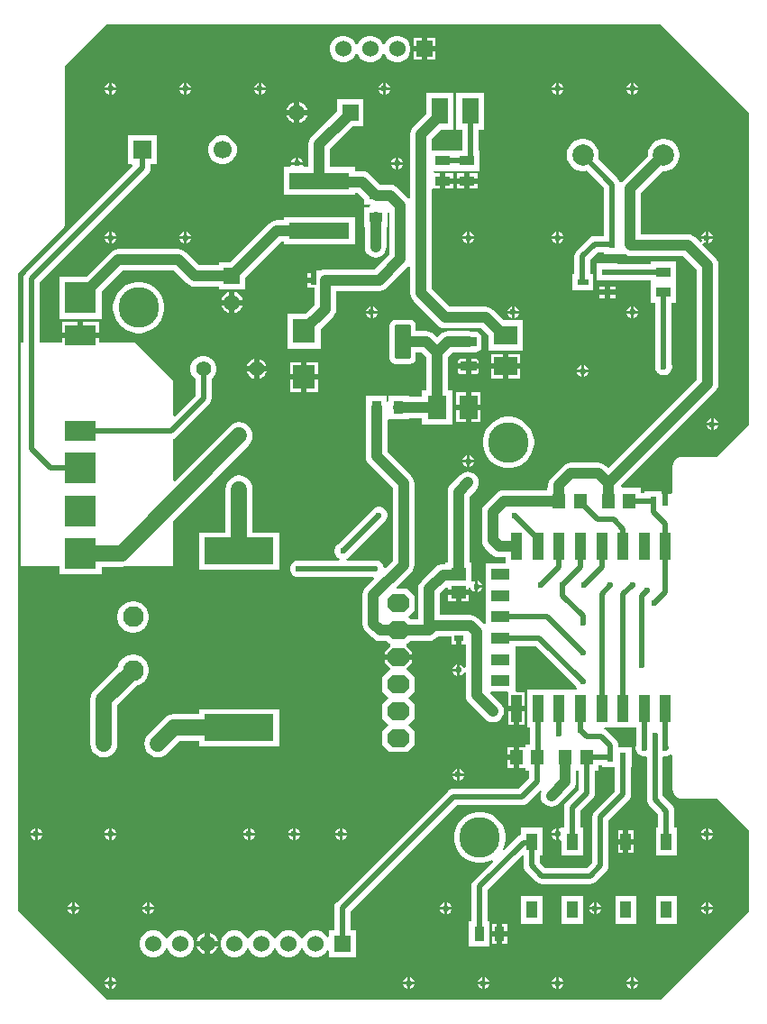
<source format=gtl>
G04*
G04 #@! TF.GenerationSoftware,Altium Limited,Altium Designer,23.4.1 (23)*
G04*
G04 Layer_Physical_Order=1*
G04 Layer_Color=255*
%FSLAX25Y25*%
%MOIN*%
G70*
G04*
G04 #@! TF.SameCoordinates,90884238-BF1D-4E64-AC19-F0AC37931AF7*
G04*
G04*
G04 #@! TF.FilePolarity,Positive*
G04*
G01*
G75*
%ADD18C,0.02000*%
%ADD22R,0.04724X0.03543*%
%ADD34R,0.02461X0.03248*%
%ADD36R,0.03543X0.04724*%
%ADD38R,0.03248X0.02461*%
%ADD39R,0.05733X0.04940*%
%ADD55R,0.03740X0.05512*%
%ADD56R,0.03937X0.09843*%
%ADD57R,0.07087X0.03937*%
%ADD58R,0.08780X0.07087*%
%ADD59R,0.06299X0.09449*%
G04:AMPARAMS|DCode=60|XSize=35.43mil|YSize=57.09mil|CornerRadius=1.95mil|HoleSize=0mil|Usage=FLASHONLY|Rotation=270.000|XOffset=0mil|YOffset=0mil|HoleType=Round|Shape=RoundedRectangle|*
%AMROUNDEDRECTD60*
21,1,0.03543,0.05319,0,0,270.0*
21,1,0.03154,0.05709,0,0,270.0*
1,1,0.00390,-0.02659,-0.01577*
1,1,0.00390,-0.02659,0.01577*
1,1,0.00390,0.02659,0.01577*
1,1,0.00390,0.02659,-0.01577*
%
%ADD60ROUNDEDRECTD60*%
%ADD61R,0.03937X0.06299*%
%ADD62R,0.05512X0.03740*%
%ADD63R,0.03937X0.02362*%
%ADD64R,0.02362X0.03150*%
%ADD65R,0.07087X0.08780*%
G04:AMPARAMS|DCode=66|XSize=124.02mil|YSize=57.09mil|CornerRadius=2mil|HoleSize=0mil|Usage=FLASHONLY|Rotation=270.000|XOffset=0mil|YOffset=0mil|HoleType=Round|Shape=RoundedRectangle|*
%AMROUNDEDRECTD66*
21,1,0.12402,0.05309,0,0,270.0*
21,1,0.12002,0.05709,0,0,270.0*
1,1,0.00400,-0.02655,-0.06001*
1,1,0.00400,-0.02655,0.06001*
1,1,0.00400,0.02655,0.06001*
1,1,0.00400,0.02655,-0.06001*
%
%ADD66ROUNDEDRECTD66*%
%ADD67R,0.22441X0.06299*%
%ADD68R,0.08346X0.08976*%
%ADD69R,0.25591X0.09843*%
%ADD70R,0.04724X0.05709*%
%ADD71C,0.04000*%
%ADD72C,0.06000*%
%ADD73C,0.14961*%
%ADD74C,0.06000*%
%ADD75R,0.06000X0.06000*%
G04:AMPARAMS|DCode=76|XSize=80mil|YSize=63.94mil|CornerRadius=0mil|HoleSize=0mil|Usage=FLASHONLY|Rotation=180.000|XOffset=0mil|YOffset=0mil|HoleType=Round|Shape=Octagon|*
%AMOCTAGOND76*
4,1,8,-0.04000,0.01598,-0.04000,-0.01598,-0.02402,-0.03197,0.02402,-0.03197,0.04000,-0.01598,0.04000,0.01598,0.02402,0.03197,-0.02402,0.03197,-0.04000,0.01598,0.0*
%
%ADD76OCTAGOND76*%

%ADD77R,0.11811X0.07617*%
%ADD78R,0.11811X0.11811*%
%ADD79C,0.07874*%
%ADD80C,0.07677*%
%ADD81R,0.05906X0.05906*%
%ADD82C,0.05906*%
%ADD83R,0.05906X0.05906*%
%ADD84C,0.05512*%
%ADD85R,0.06693X0.06693*%
%ADD86C,0.06693*%
%ADD87C,0.02362*%
G36*
X273901Y331509D02*
X273901Y216291D01*
X262009Y204399D01*
X249200D01*
X248268Y204277D01*
X247400Y203917D01*
X246655Y203345D01*
X246083Y202600D01*
X245723Y201732D01*
X245601Y200800D01*
Y191156D01*
X245194Y190624D01*
X243964D01*
Y188000D01*
X241964D01*
Y190624D01*
X241635D01*
Y191593D01*
X235237D01*
Y190994D01*
X233968D01*
Y192823D01*
X226674D01*
X226384Y193523D01*
X261330Y228470D01*
X261966Y229299D01*
X262366Y230264D01*
X262503Y231300D01*
Y275400D01*
X262366Y276436D01*
X262132Y277002D01*
X261966Y277401D01*
X261330Y278230D01*
X256607Y282954D01*
X257032Y283478D01*
X257768Y283173D01*
Y284827D01*
X256114D01*
X256419Y284091D01*
X255895Y283666D01*
X254130Y285430D01*
X253301Y286067D01*
X252336Y286466D01*
X251300Y286603D01*
X233865D01*
Y301844D01*
X242016Y309995D01*
X242842D01*
X243983Y310221D01*
X245058Y310667D01*
X246025Y311313D01*
X246848Y312136D01*
X247494Y313103D01*
X247939Y314177D01*
X248166Y315318D01*
Y316482D01*
X247939Y317623D01*
X247494Y318697D01*
X246848Y319665D01*
X246025Y320487D01*
X245058Y321133D01*
X243983Y321579D01*
X242842Y321806D01*
X241679D01*
X240538Y321579D01*
X239463Y321133D01*
X238496Y320487D01*
X237673Y319665D01*
X237027Y318697D01*
X236582Y317623D01*
X236355Y316482D01*
Y315655D01*
X227032Y306332D01*
X226744Y305957D01*
X226596Y305932D01*
X226076Y306036D01*
X225961Y306087D01*
X225762Y306567D01*
X225287Y307187D01*
X218064Y314410D01*
X218245Y315318D01*
Y316482D01*
X218018Y317623D01*
X217573Y318697D01*
X216927Y319665D01*
X216104Y320487D01*
X215137Y321133D01*
X214062Y321579D01*
X212921Y321806D01*
X211758D01*
X210617Y321579D01*
X209542Y321133D01*
X208575Y320487D01*
X207752Y319665D01*
X207106Y318697D01*
X206661Y317623D01*
X206434Y316482D01*
Y315318D01*
X206661Y314177D01*
X207106Y313103D01*
X207752Y312136D01*
X208575Y311313D01*
X209542Y310667D01*
X210617Y310221D01*
X211758Y309995D01*
X212921D01*
X213830Y310175D01*
X220175Y303830D01*
Y286443D01*
X220020D01*
Y285894D01*
X216700D01*
X215925Y285792D01*
X215203Y285493D01*
X214583Y285017D01*
X210183Y280617D01*
X209707Y279997D01*
X209408Y279275D01*
X209306Y278500D01*
Y272050D01*
X208402D01*
Y265750D01*
X216276D01*
Y272050D01*
X215294D01*
Y277260D01*
X217940Y279906D01*
X220020D01*
Y279357D01*
X226319D01*
X226319Y279357D01*
X226713D01*
Y279357D01*
X227019Y279357D01*
X227870D01*
X228161Y279134D01*
X229126Y278734D01*
X230162Y278597D01*
X249642D01*
X254497Y273742D01*
Y232958D01*
X221763Y200224D01*
X220956Y201030D01*
X220127Y201666D01*
X219162Y202066D01*
X218126Y202203D01*
X207900D01*
X206864Y202066D01*
X205899Y201666D01*
X205070Y201030D01*
X200733Y196693D01*
X200097Y195864D01*
X199697Y194899D01*
X199560Y193863D01*
Y192823D01*
X199232D01*
Y192003D01*
X183300D01*
X182264Y191866D01*
X181299Y191466D01*
X180470Y190830D01*
X176270Y186630D01*
X175634Y185801D01*
X175234Y184836D01*
X175097Y183800D01*
Y173464D01*
X175234Y172428D01*
X175634Y171463D01*
X176270Y170634D01*
X178613Y168291D01*
X179442Y167655D01*
X180407Y167255D01*
X181443Y167119D01*
X183924D01*
Y164822D01*
X176444D01*
Y157648D01*
X176444Y156948D01*
X176444Y156248D01*
Y149774D01*
X176444Y149074D01*
X176444Y148374D01*
Y142727D01*
X175744Y142464D01*
X173587Y144621D01*
X172758Y145257D01*
X171793Y145657D01*
X170757Y145793D01*
X159532D01*
Y153772D01*
X161834Y156073D01*
X162533Y155783D01*
Y155383D01*
X166400D01*
X170266D01*
Y155751D01*
X170919Y155866D01*
X171251Y155064D01*
X171864Y154451D01*
X172600Y154146D01*
Y156300D01*
Y158454D01*
X171935Y158178D01*
X171599Y158301D01*
X171235Y158510D01*
Y165323D01*
X170403D01*
Y189642D01*
X172730Y191970D01*
X173366Y192799D01*
X173766Y193764D01*
X173903Y194800D01*
X173766Y195836D01*
X173366Y196801D01*
X172730Y197630D01*
X171901Y198266D01*
X170936Y198666D01*
X169900Y198803D01*
X168864Y198666D01*
X167899Y198266D01*
X167070Y197630D01*
X163570Y194130D01*
X162934Y193301D01*
X162534Y192336D01*
X162397Y191300D01*
Y165323D01*
X161565D01*
Y164684D01*
X160782D01*
X159746Y164548D01*
X158780Y164148D01*
X157951Y163512D01*
X152699Y158260D01*
X152063Y157431D01*
X151663Y156466D01*
X151527Y155430D01*
Y144253D01*
X148748D01*
X147751Y145250D01*
X150169Y147667D01*
Y152833D01*
X147586Y155415D01*
X143691D01*
X143423Y156062D01*
X148930Y161570D01*
X149566Y162399D01*
X149966Y163364D01*
X150103Y164400D01*
Y194501D01*
X149966Y195537D01*
X149566Y196502D01*
X148930Y197331D01*
X140046Y206216D01*
Y217946D01*
X140571Y218369D01*
X140746Y218369D01*
X148051D01*
Y218697D01*
X152998D01*
Y216342D01*
X164022D01*
Y229058D01*
X162513D01*
Y241232D01*
X164078Y242797D01*
X170006D01*
X171042Y242934D01*
X171245Y243018D01*
X172666D01*
X173510Y243185D01*
X174225Y243664D01*
X174704Y244379D01*
X174872Y245223D01*
Y248377D01*
X174704Y249221D01*
X174225Y249937D01*
X173510Y250415D01*
X172666Y250583D01*
X171245D01*
X171042Y250666D01*
X170006Y250803D01*
X162420D01*
X161384Y250666D01*
X160419Y250267D01*
X159590Y249630D01*
X158510Y248551D01*
X157430Y249630D01*
X156601Y250267D01*
X155636Y250666D01*
X154600Y250803D01*
X150659D01*
Y252801D01*
X150491Y253647D01*
X150012Y254364D01*
X149294Y254843D01*
X148448Y255012D01*
X143139D01*
X142293Y254843D01*
X141576Y254364D01*
X141097Y253647D01*
X140928Y252801D01*
Y240799D01*
X141097Y239953D01*
X141576Y239236D01*
X142293Y238756D01*
X143139Y238588D01*
X148448D01*
X149294Y238756D01*
X150012Y239236D01*
X150491Y239953D01*
X150659Y240799D01*
Y242797D01*
X152942D01*
X154508Y241232D01*
Y229058D01*
X152998D01*
Y226703D01*
X148051D01*
Y227031D01*
X140571D01*
Y224897D01*
X139871Y224610D01*
X139783Y224699D01*
Y227031D01*
X132303D01*
Y224041D01*
X132177Y223736D01*
X132041Y222700D01*
Y204557D01*
X132177Y203521D01*
X132577Y202556D01*
X133213Y201727D01*
X142097Y192843D01*
Y166058D01*
X139409Y163370D01*
X138668Y163619D01*
X138535Y164116D01*
X138120Y164834D01*
X137534Y165420D01*
X136816Y165835D01*
X136015Y166050D01*
X135185D01*
X134605Y165894D01*
X125345D01*
X124999Y166530D01*
X125017Y166594D01*
X125685Y166980D01*
X126271Y167566D01*
X126530Y168014D01*
X138395Y179879D01*
X138916Y180180D01*
X139502Y180766D01*
X139917Y181484D01*
X140131Y182285D01*
Y183115D01*
X139917Y183916D01*
X139502Y184634D01*
X138916Y185220D01*
X138197Y185635D01*
X137396Y185850D01*
X136567D01*
X135766Y185635D01*
X135048Y185220D01*
X134461Y184634D01*
X134161Y184114D01*
X122410Y172363D01*
X121817Y172020D01*
X121231Y171434D01*
X120816Y170716D01*
X120601Y169915D01*
Y169085D01*
X120816Y168284D01*
X121231Y167566D01*
X121817Y166980D01*
X122485Y166594D01*
X122503Y166530D01*
X122157Y165894D01*
X108295D01*
X107715Y166050D01*
X106885D01*
X106084Y165835D01*
X105366Y165420D01*
X104780Y164834D01*
X104365Y164116D01*
X104150Y163315D01*
Y162485D01*
X104365Y161684D01*
X104780Y160966D01*
X105366Y160380D01*
X106084Y159965D01*
X106885Y159750D01*
X107715D01*
X108295Y159906D01*
X134605D01*
X134881Y159832D01*
X135130Y159091D01*
X132170Y156130D01*
X131534Y155301D01*
X131134Y154336D01*
X130997Y153300D01*
Y142593D01*
X131134Y141557D01*
X131534Y140592D01*
X132170Y139763D01*
X134513Y137420D01*
X135342Y136784D01*
X136307Y136384D01*
X137343Y136247D01*
X139652D01*
X140814Y135085D01*
X141148D01*
X141236Y134385D01*
X139200Y132348D01*
Y131250D01*
X144200D01*
X149200D01*
Y132348D01*
X147164Y134385D01*
X147252Y135085D01*
X147586D01*
X148748Y136247D01*
X155530D01*
X156566Y136384D01*
X157531Y136784D01*
X158360Y137420D01*
X158728Y137788D01*
X163776D01*
Y135033D01*
X165400D01*
Y137263D01*
X167400D01*
Y135033D01*
X169024D01*
X169097Y134363D01*
Y126517D01*
X168397Y126378D01*
X168249Y126735D01*
X167636Y127349D01*
X166900Y127654D01*
Y125500D01*
Y123346D01*
X167636Y123651D01*
X168249Y124265D01*
X168397Y124622D01*
X169097Y124483D01*
Y116300D01*
X169234Y115264D01*
X169633Y114299D01*
X170270Y113470D01*
X176370Y107370D01*
X177199Y106734D01*
X178164Y106334D01*
X179200Y106197D01*
X180236Y106334D01*
X181201Y106734D01*
X182030Y107370D01*
X182667Y108199D01*
X183066Y109164D01*
X183203Y110200D01*
X183066Y111236D01*
X182667Y112201D01*
X182030Y113030D01*
X178129Y116931D01*
X178397Y117578D01*
X184350D01*
X184893Y117200D01*
X184893Y116878D01*
Y112279D01*
X187861D01*
X190830D01*
Y117200D01*
X188011D01*
X187468Y117578D01*
X187468Y117900D01*
Y124752D01*
X187468Y125452D01*
X187468D01*
Y125452D01*
X187468D01*
Y132626D01*
X187468Y133326D01*
X187468D01*
Y133326D01*
X187468D01*
Y134269D01*
X195097D01*
X209579Y119786D01*
X209880Y119266D01*
X210277Y118869D01*
X210010Y118168D01*
X207546Y118168D01*
X206846Y118168D01*
X200372D01*
X199672Y118168D01*
X198972Y118168D01*
X191798D01*
Y104389D01*
X192692D01*
Y98023D01*
X191306D01*
Y97679D01*
X191125Y97054D01*
X190606Y97054D01*
X188763D01*
Y93200D01*
Y89346D01*
X190606D01*
X191125Y89346D01*
X191306Y88721D01*
Y88377D01*
X192643D01*
Y85477D01*
X188760Y81594D01*
X164500D01*
X163725Y81492D01*
X163003Y81193D01*
X162383Y80717D01*
X121383Y39717D01*
X120907Y39097D01*
X120608Y38375D01*
X120506Y37600D01*
Y29269D01*
X118532D01*
Y26922D01*
X117832Y26735D01*
X117476Y27351D01*
X116551Y28276D01*
X115418Y28930D01*
X114154Y29269D01*
X112846D01*
X111582Y28930D01*
X110449Y28276D01*
X109524Y27351D01*
X108870Y26218D01*
X108862Y26189D01*
X108138D01*
X108130Y26218D01*
X107476Y27351D01*
X106551Y28276D01*
X105418Y28930D01*
X104154Y29269D01*
X102846D01*
X101582Y28930D01*
X100449Y28276D01*
X99524Y27351D01*
X98870Y26218D01*
X98862Y26189D01*
X98138D01*
X98130Y26218D01*
X97476Y27351D01*
X96551Y28276D01*
X95418Y28930D01*
X94154Y29269D01*
X92846D01*
X91582Y28930D01*
X90449Y28276D01*
X89524Y27351D01*
X88870Y26218D01*
X88862Y26189D01*
X88138D01*
X88130Y26218D01*
X87476Y27351D01*
X86551Y28276D01*
X85418Y28930D01*
X84154Y29269D01*
X82846D01*
X81582Y28930D01*
X80449Y28276D01*
X79524Y27351D01*
X78870Y26218D01*
X78531Y24954D01*
Y23646D01*
X78870Y22382D01*
X79524Y21249D01*
X80449Y20324D01*
X81582Y19670D01*
X82846Y19331D01*
X84154D01*
X85418Y19670D01*
X86551Y20324D01*
X87476Y21249D01*
X88130Y22382D01*
X88138Y22411D01*
X88862D01*
X88870Y22382D01*
X89524Y21249D01*
X90449Y20324D01*
X91582Y19670D01*
X92846Y19331D01*
X94154D01*
X95418Y19670D01*
X96551Y20324D01*
X97476Y21249D01*
X98130Y22382D01*
X98138Y22411D01*
X98862D01*
X98870Y22382D01*
X99524Y21249D01*
X100449Y20324D01*
X101582Y19670D01*
X102846Y19331D01*
X104154D01*
X105418Y19670D01*
X106551Y20324D01*
X107476Y21249D01*
X108130Y22382D01*
X108138Y22411D01*
X108862D01*
X108870Y22382D01*
X109524Y21249D01*
X110449Y20324D01*
X111582Y19670D01*
X112846Y19331D01*
X114154D01*
X115418Y19670D01*
X116551Y20324D01*
X117476Y21249D01*
X117832Y21865D01*
X118532Y21678D01*
Y19331D01*
X128469D01*
Y29269D01*
X126494D01*
Y36360D01*
X165740Y75606D01*
X190000D01*
X190775Y75708D01*
X191497Y76007D01*
X192117Y76483D01*
X196534Y80899D01*
X197127Y80503D01*
X196934Y80036D01*
X196797Y79000D01*
X196934Y77964D01*
X197334Y76999D01*
X197970Y76170D01*
X198799Y75533D01*
X199764Y75134D01*
X200800Y74997D01*
X201836Y75134D01*
X202801Y75533D01*
X203630Y76170D01*
X208793Y81333D01*
X209430Y82162D01*
X209829Y83127D01*
X209966Y84163D01*
Y88377D01*
X210843D01*
Y81277D01*
X206306Y76741D01*
X205831Y76121D01*
X205532Y75399D01*
X205430Y74624D01*
Y67116D01*
X204487D01*
Y67116D01*
X203787Y66951D01*
X203650Y67008D01*
Y64854D01*
Y62701D01*
X203787Y62757D01*
X204487Y62290D01*
Y56880D01*
X212361D01*
Y67116D01*
X211418D01*
Y73383D01*
X215954Y77920D01*
X216430Y78540D01*
X216729Y79262D01*
X216831Y80037D01*
Y88377D01*
X218168D01*
Y90206D01*
X219437D01*
Y89608D01*
X224170D01*
Y80704D01*
X216783Y73317D01*
X216307Y72697D01*
X216008Y71975D01*
X215906Y71200D01*
Y54340D01*
X213960Y52394D01*
X198440D01*
X196457Y54377D01*
Y56880D01*
X197400D01*
Y67116D01*
X189526D01*
Y64551D01*
X188903Y64293D01*
X188283Y63817D01*
X183269Y58803D01*
X182673Y59124D01*
X183386Y60844D01*
X183749Y62669D01*
Y64531D01*
X183386Y66356D01*
X182673Y68076D01*
X181639Y69623D01*
X180323Y70939D01*
X178776Y71973D01*
X177056Y72686D01*
X175231Y73049D01*
X173369D01*
X171544Y72686D01*
X169824Y71973D01*
X168277Y70939D01*
X166961Y69623D01*
X165927Y68076D01*
X165214Y66356D01*
X164851Y64531D01*
Y62669D01*
X165214Y60844D01*
X165927Y59124D01*
X166961Y57577D01*
X168277Y56261D01*
X169824Y55227D01*
X171544Y54514D01*
X173369Y54151D01*
X175231D01*
X177056Y54514D01*
X178776Y55227D01*
X179097Y54631D01*
X172043Y47577D01*
X171567Y46957D01*
X171268Y46235D01*
X171166Y45460D01*
Y32624D01*
X170321D01*
Y23176D01*
X177998D01*
Y32624D01*
X177154D01*
Y44220D01*
X189769Y56835D01*
X190469Y56770D01*
Y53137D01*
X190571Y52362D01*
X190870Y51640D01*
X191346Y51020D01*
X195083Y47283D01*
X195703Y46807D01*
X196002Y46683D01*
X196425Y46508D01*
X197200Y46406D01*
X215200D01*
X215975Y46508D01*
X216697Y46807D01*
X217317Y47283D01*
X221017Y50983D01*
X221493Y51603D01*
X221617Y51902D01*
X221792Y52325D01*
X221894Y53100D01*
Y69960D01*
X229281Y77347D01*
X229757Y77967D01*
X230056Y78689D01*
X230158Y79464D01*
Y89608D01*
X230363D01*
Y96793D01*
X225630D01*
Y97564D01*
X225528Y98339D01*
X225229Y99061D01*
X224753Y99681D01*
X221417Y103017D01*
X220797Y103493D01*
X220286Y103705D01*
X220463Y104389D01*
X222594D01*
X223294Y104389D01*
Y104389D01*
X223294D01*
Y104389D01*
X230469D01*
X231169Y104389D01*
Y104389D01*
X231169D01*
Y104389D01*
X232048D01*
Y97460D01*
X231956Y97115D01*
Y96285D01*
X232171Y95484D01*
X232585Y94766D01*
X233172Y94180D01*
X233890Y93765D01*
X234691Y93550D01*
X235520D01*
X236017Y93169D01*
Y77689D01*
X236119Y76914D01*
X236418Y76192D01*
X236894Y75572D01*
X240303Y72163D01*
Y67116D01*
X239360D01*
Y56880D01*
X247234D01*
Y67116D01*
X246291D01*
Y73403D01*
X246189Y74178D01*
X246014Y74601D01*
X245890Y74900D01*
X245414Y75520D01*
X242005Y78929D01*
Y93125D01*
X242561Y93552D01*
X242565Y93550D01*
X243394D01*
X244195Y93765D01*
X244913Y94180D01*
X245601Y93877D01*
Y81500D01*
X245723Y80568D01*
X246083Y79700D01*
X246655Y78955D01*
X247400Y78383D01*
X248268Y78023D01*
X249200Y77901D01*
X262009D01*
X273801Y66109D01*
Y36391D01*
X241009Y3599D01*
X36491D01*
X3599Y36491D01*
Y272209D01*
X19845Y288455D01*
X20417Y289200D01*
X20777Y290068D01*
X20899Y291000D01*
Y348809D01*
X36491Y364401D01*
X241009Y364401D01*
X273901Y331509D01*
D02*
G37*
%LPC*%
G36*
X144354Y360068D02*
X143046D01*
X141782Y359730D01*
X140649Y359076D01*
X139724Y358151D01*
X139070Y357018D01*
X139062Y356989D01*
X138338D01*
X138330Y357018D01*
X137676Y358151D01*
X136751Y359076D01*
X135618Y359730D01*
X134354Y360068D01*
X133046D01*
X131782Y359730D01*
X130649Y359076D01*
X129724Y358151D01*
X129070Y357018D01*
X129062Y356989D01*
X128338D01*
X128330Y357018D01*
X127676Y358151D01*
X126751Y359076D01*
X125618Y359730D01*
X124354Y360068D01*
X123046D01*
X121782Y359730D01*
X120649Y359076D01*
X119724Y358151D01*
X119070Y357018D01*
X118731Y355754D01*
Y354446D01*
X119070Y353182D01*
X119724Y352049D01*
X120649Y351124D01*
X121782Y350470D01*
X123046Y350132D01*
X124354D01*
X125618Y350470D01*
X126751Y351124D01*
X127676Y352049D01*
X128330Y353182D01*
X128338Y353211D01*
X129062D01*
X129070Y353182D01*
X129724Y352049D01*
X130649Y351124D01*
X131782Y350470D01*
X133046Y350132D01*
X134354D01*
X135618Y350470D01*
X136751Y351124D01*
X137676Y352049D01*
X138330Y353182D01*
X138338Y353211D01*
X139062D01*
X139070Y353182D01*
X139724Y352049D01*
X140649Y351124D01*
X141782Y350470D01*
X143046Y350132D01*
X144354D01*
X145618Y350470D01*
X146751Y351124D01*
X147676Y352049D01*
X148330Y353182D01*
X148669Y354446D01*
Y355754D01*
X148330Y357018D01*
X147676Y358151D01*
X146751Y359076D01*
X145618Y359730D01*
X144354Y360068D01*
D02*
G37*
G36*
X157700Y359100D02*
X154700D01*
Y356100D01*
X157700D01*
Y359100D01*
D02*
G37*
G36*
X152700D02*
X149700D01*
Y356100D01*
X152700D01*
Y359100D01*
D02*
G37*
G36*
X157700Y354100D02*
X154700D01*
Y351100D01*
X157700D01*
Y354100D01*
D02*
G37*
G36*
X152700D02*
X149700D01*
Y351100D01*
X152700D01*
Y354100D01*
D02*
G37*
G36*
X231209Y342599D02*
Y340945D01*
X232862D01*
X232558Y341681D01*
X231944Y342294D01*
X231209Y342599D01*
D02*
G37*
G36*
X230209D02*
X229473Y342294D01*
X228860Y341681D01*
X228555Y340945D01*
X230209D01*
Y342599D01*
D02*
G37*
G36*
X203650D02*
Y340945D01*
X205303D01*
X204999Y341681D01*
X204385Y342294D01*
X203650Y342599D01*
D02*
G37*
G36*
X202650D02*
X201914Y342294D01*
X201301Y341681D01*
X200996Y340945D01*
X202650D01*
Y342599D01*
D02*
G37*
G36*
X139500D02*
Y340945D01*
X141154D01*
X140849Y341681D01*
X140235Y342294D01*
X139500Y342599D01*
D02*
G37*
G36*
X138500D02*
X137765Y342294D01*
X137151Y341681D01*
X136846Y340945D01*
X138500D01*
Y342599D01*
D02*
G37*
G36*
X93413D02*
Y340945D01*
X95067D01*
X94762Y341681D01*
X94149Y342294D01*
X93413Y342599D01*
D02*
G37*
G36*
X92413D02*
X91678Y342294D01*
X91064Y341681D01*
X90760Y340945D01*
X92413D01*
Y342599D01*
D02*
G37*
G36*
X65854D02*
Y340945D01*
X67508D01*
X67203Y341681D01*
X66590Y342294D01*
X65854Y342599D01*
D02*
G37*
G36*
X64854D02*
X64119Y342294D01*
X63505Y341681D01*
X63201Y340945D01*
X64854D01*
Y342599D01*
D02*
G37*
G36*
X38295D02*
Y340945D01*
X39949D01*
X39644Y341681D01*
X39031Y342294D01*
X38295Y342599D01*
D02*
G37*
G36*
X37295D02*
X36560Y342294D01*
X35946Y341681D01*
X35642Y340945D01*
X37295D01*
Y342599D01*
D02*
G37*
G36*
X232862Y339945D02*
X231209D01*
Y338291D01*
X231944Y338596D01*
X232558Y339210D01*
X232862Y339945D01*
D02*
G37*
G36*
X230209D02*
X228555D01*
X228860Y339210D01*
X229473Y338596D01*
X230209Y338291D01*
Y339945D01*
D02*
G37*
G36*
X205303D02*
X203650D01*
Y338291D01*
X204385Y338596D01*
X204999Y339210D01*
X205303Y339945D01*
D02*
G37*
G36*
X202650D02*
X200996D01*
X201301Y339210D01*
X201914Y338596D01*
X202650Y338291D01*
Y339945D01*
D02*
G37*
G36*
X141154D02*
X139500D01*
Y338291D01*
X140235Y338596D01*
X140849Y339210D01*
X141154Y339945D01*
D02*
G37*
G36*
X138500D02*
X136846D01*
X137151Y339210D01*
X137765Y338596D01*
X138500Y338291D01*
Y339945D01*
D02*
G37*
G36*
X95067D02*
X93413D01*
Y338291D01*
X94149Y338596D01*
X94762Y339210D01*
X95067Y339945D01*
D02*
G37*
G36*
X92413D02*
X90760D01*
X91064Y339210D01*
X91678Y338596D01*
X92413Y338291D01*
Y339945D01*
D02*
G37*
G36*
X67508D02*
X65854D01*
Y338291D01*
X66590Y338596D01*
X67203Y339210D01*
X67508Y339945D01*
D02*
G37*
G36*
X64854D02*
X63201D01*
X63505Y339210D01*
X64119Y338596D01*
X64854Y338291D01*
Y339945D01*
D02*
G37*
G36*
X39949D02*
X38295D01*
Y338291D01*
X39031Y338596D01*
X39644Y339210D01*
X39949Y339945D01*
D02*
G37*
G36*
X37295D02*
X35642D01*
X35946Y339210D01*
X36560Y338596D01*
X37295Y338291D01*
Y339945D01*
D02*
G37*
G36*
X107669Y335472D02*
Y332648D01*
X110494D01*
X110353Y333174D01*
X109832Y334075D01*
X109096Y334811D01*
X108195Y335331D01*
X107669Y335472D01*
D02*
G37*
G36*
X105669Y335472D02*
X105144Y335331D01*
X104242Y334811D01*
X103506Y334075D01*
X102986Y333174D01*
X102845Y332648D01*
X105669D01*
Y335472D01*
D02*
G37*
G36*
Y330648D02*
X102845D01*
X102986Y330122D01*
X103506Y329221D01*
X104242Y328485D01*
X105144Y327965D01*
X105669Y327824D01*
Y330648D01*
D02*
G37*
G36*
X110494D02*
X107669D01*
Y327824D01*
X108195Y327965D01*
X109096Y328485D01*
X109832Y329221D01*
X110353Y330122D01*
X110494Y330648D01*
D02*
G37*
G36*
X175828Y338793D02*
X165592D01*
Y325407D01*
X167716D01*
Y317679D01*
X156603D01*
Y321977D01*
X160032Y325407D01*
X164608D01*
Y338793D01*
X154372D01*
Y331068D01*
X149770Y326466D01*
X149134Y325637D01*
X148734Y324671D01*
X148597Y323635D01*
Y299936D01*
X147897Y299698D01*
X147730Y299915D01*
X143883Y303763D01*
X143054Y304399D01*
X142088Y304799D01*
X141052Y304935D01*
X140131D01*
Y304988D01*
X137406D01*
X133578Y308815D01*
X132749Y309452D01*
X131784Y309851D01*
X130748Y309988D01*
X128126D01*
Y311484D01*
X118940D01*
Y318258D01*
X127409Y326727D01*
X131276D01*
Y336569D01*
X121433D01*
Y332072D01*
X112107Y322746D01*
X111470Y321917D01*
X111071Y320952D01*
X110934Y319916D01*
Y311484D01*
X109231D01*
X108763Y312184D01*
X108847Y312386D01*
X104539D01*
X104623Y312184D01*
X104155Y311484D01*
X101748D01*
Y301248D01*
X128126D01*
Y301982D01*
X129090D01*
X131469Y299603D01*
Y297508D01*
X133662D01*
X133737Y297420D01*
X133413Y296720D01*
X131469D01*
Y289240D01*
X131797D01*
Y282000D01*
X131934Y280964D01*
X132334Y279999D01*
X132970Y279170D01*
X133799Y278534D01*
X134764Y278134D01*
X135800Y277997D01*
X136836Y278134D01*
X137801Y278534D01*
X138630Y279170D01*
X139267Y279999D01*
X139666Y280964D01*
X139803Y282000D01*
Y289240D01*
X140131D01*
Y294509D01*
X140831Y294883D01*
X140897Y294839D01*
Y279143D01*
X135457Y273703D01*
X117201D01*
X116165Y273566D01*
X115504Y273292D01*
X114002D01*
Y272324D01*
X113673D01*
Y271554D01*
X113334Y270736D01*
X113198Y269700D01*
X112673D01*
Y268700D01*
X110443D01*
Y267076D01*
X113198D01*
Y260661D01*
X109811Y257274D01*
X103189D01*
Y244361D01*
X115472D01*
Y251613D01*
X120031Y256172D01*
X120667Y257001D01*
X121067Y257967D01*
X121203Y259003D01*
Y265697D01*
X137115D01*
X138151Y265834D01*
X139116Y266233D01*
X139945Y266870D01*
X147730Y274655D01*
X147897Y274872D01*
X148597Y274635D01*
Y264800D01*
X148734Y263764D01*
X149134Y262799D01*
X149770Y261970D01*
X158714Y253025D01*
X159544Y252389D01*
X160509Y251989D01*
X161545Y251852D01*
X174781D01*
X177542Y249092D01*
Y243729D01*
X190258D01*
Y254753D01*
X183203D01*
X179270Y258685D01*
X178441Y259322D01*
X177475Y259721D01*
X176439Y259858D01*
X163203D01*
X156603Y266458D01*
Y281500D01*
Y302890D01*
X156844Y303490D01*
X157303Y303490D01*
X159600D01*
Y306360D01*
Y309230D01*
X157612D01*
X157248Y309839D01*
X157240Y309930D01*
X157288Y310002D01*
X174324D01*
Y317679D01*
X173704D01*
Y325407D01*
X175828D01*
Y338793D01*
D02*
G37*
G36*
X144200Y315040D02*
Y313386D01*
X145854D01*
X145549Y314121D01*
X144936Y314735D01*
X144200Y315040D01*
D02*
G37*
G36*
X143200D02*
X142464Y314735D01*
X141851Y314121D01*
X141546Y313386D01*
X143200D01*
Y315040D01*
D02*
G37*
G36*
X107193D02*
Y313386D01*
X108847D01*
X108542Y314121D01*
X107928Y314735D01*
X107193Y315040D01*
D02*
G37*
G36*
X106193D02*
X105457Y314735D01*
X104844Y314121D01*
X104539Y313386D01*
X106193D01*
Y315040D01*
D02*
G37*
G36*
X79764Y323115D02*
X78364D01*
X77012Y322753D01*
X75800Y322053D01*
X74811Y321063D01*
X74111Y319851D01*
X73749Y318500D01*
Y317100D01*
X74111Y315749D01*
X74811Y314536D01*
X75800Y313547D01*
X77012Y312847D01*
X78364Y312485D01*
X79764D01*
X81115Y312847D01*
X82327Y313547D01*
X83317Y314536D01*
X84017Y315749D01*
X84379Y317100D01*
Y318500D01*
X84017Y319851D01*
X83317Y321063D01*
X82327Y322053D01*
X81115Y322753D01*
X79764Y323115D01*
D02*
G37*
G36*
X145854Y312386D02*
X144200D01*
Y310732D01*
X144936Y311037D01*
X145549Y311650D01*
X145854Y312386D01*
D02*
G37*
G36*
X143200D02*
X141546D01*
X141851Y311650D01*
X142464Y311037D01*
X143200Y310732D01*
Y312386D01*
D02*
G37*
G36*
X173356Y309230D02*
X170600D01*
Y307360D01*
X173356D01*
Y309230D01*
D02*
G37*
G36*
X161600D02*
Y307360D01*
X164356D01*
Y309230D01*
X161600D01*
D02*
G37*
G36*
X168600D02*
X165844D01*
Y307360D01*
X168600D01*
Y309230D01*
D02*
G37*
G36*
X173356Y305360D02*
X170600D01*
Y303490D01*
X173356D01*
Y305360D01*
D02*
G37*
G36*
X168600D02*
X165844D01*
Y303490D01*
X168600D01*
Y305360D01*
D02*
G37*
G36*
X164356D02*
X161600D01*
Y303490D01*
X164356D01*
Y305360D01*
D02*
G37*
G36*
X258768Y287480D02*
Y285827D01*
X260421D01*
X260117Y286562D01*
X259503Y287176D01*
X258768Y287480D01*
D02*
G37*
G36*
X257768D02*
X257032Y287176D01*
X256419Y286562D01*
X256114Y285827D01*
X257768D01*
Y287480D01*
D02*
G37*
G36*
X203650D02*
Y285827D01*
X205303D01*
X204999Y286562D01*
X204385Y287176D01*
X203650Y287480D01*
D02*
G37*
G36*
X202650D02*
X201914Y287176D01*
X201301Y286562D01*
X200996Y285827D01*
X202650D01*
Y287480D01*
D02*
G37*
G36*
X170600D02*
Y285827D01*
X172254D01*
X171949Y286562D01*
X171335Y287176D01*
X170600Y287480D01*
D02*
G37*
G36*
X169600D02*
X168865Y287176D01*
X168251Y286562D01*
X167946Y285827D01*
X169600D01*
Y287480D01*
D02*
G37*
G36*
X65854D02*
Y285827D01*
X67508D01*
X67203Y286562D01*
X66590Y287176D01*
X65854Y287480D01*
D02*
G37*
G36*
X64854D02*
X64119Y287176D01*
X63505Y286562D01*
X63201Y285827D01*
X64854D01*
Y287480D01*
D02*
G37*
G36*
X38295D02*
Y285827D01*
X39949D01*
X39644Y286562D01*
X39031Y287176D01*
X38295Y287480D01*
D02*
G37*
G36*
X37295D02*
X36560Y287176D01*
X35946Y286562D01*
X35642Y285827D01*
X37295D01*
Y287480D01*
D02*
G37*
G36*
X260421Y284827D02*
X258768D01*
Y283173D01*
X259503Y283478D01*
X260117Y284091D01*
X260421Y284827D01*
D02*
G37*
G36*
X205303D02*
X203650D01*
Y283173D01*
X204385Y283478D01*
X204999Y284091D01*
X205303Y284827D01*
D02*
G37*
G36*
X202650D02*
X200996D01*
X201301Y284091D01*
X201914Y283478D01*
X202650Y283173D01*
Y284827D01*
D02*
G37*
G36*
X172254D02*
X170600D01*
Y283173D01*
X171335Y283478D01*
X171949Y284091D01*
X172254Y284827D01*
D02*
G37*
G36*
X169600D02*
X167946D01*
X168251Y284091D01*
X168865Y283478D01*
X169600Y283173D01*
Y284827D01*
D02*
G37*
G36*
X67508D02*
X65854D01*
Y283173D01*
X66590Y283478D01*
X67203Y284091D01*
X67508Y284827D01*
D02*
G37*
G36*
X64854D02*
X63201D01*
X63505Y284091D01*
X64119Y283478D01*
X64854Y283173D01*
Y284827D01*
D02*
G37*
G36*
X39949D02*
X38295D01*
Y283173D01*
X39031Y283478D01*
X39644Y284091D01*
X39949Y284827D01*
D02*
G37*
G36*
X37295D02*
X35642D01*
X35946Y284091D01*
X36560Y283478D01*
X37295Y283173D01*
Y284827D01*
D02*
G37*
G36*
X128126Y292980D02*
X101748D01*
Y291864D01*
X99292D01*
X98256Y291728D01*
X97290Y291328D01*
X96461Y290692D01*
X81933Y276164D01*
X77751D01*
Y275245D01*
X70416D01*
X65630Y280030D01*
X64801Y280666D01*
X63836Y281066D01*
X62800Y281203D01*
X40664D01*
X39628Y281066D01*
X38662Y280666D01*
X37833Y280030D01*
X28825Y271022D01*
X18738D01*
Y255274D01*
X34486D01*
Y265361D01*
X42322Y273197D01*
X61142D01*
X65927Y268412D01*
X66756Y267776D01*
X67721Y267376D01*
X68757Y267240D01*
X77751D01*
Y266321D01*
X87594D01*
Y270503D01*
X100950Y283859D01*
X101748D01*
Y282744D01*
X128126D01*
Y292980D01*
D02*
G37*
G36*
X246985Y276479D02*
X237536D01*
Y275634D01*
X225331D01*
Y275790D01*
X217458D01*
Y269491D01*
X225331D01*
Y269646D01*
X237536D01*
Y268802D01*
Y261321D01*
X239266D01*
Y238653D01*
X239111Y238073D01*
Y237244D01*
X239326Y236443D01*
X239740Y235725D01*
X240327Y235138D01*
X241045Y234724D01*
X241846Y234509D01*
X242675D01*
X243476Y234724D01*
X244195Y235138D01*
X244781Y235725D01*
X245196Y236443D01*
X245410Y237244D01*
Y238073D01*
X245255Y238653D01*
Y261321D01*
X246985D01*
Y268802D01*
Y276479D01*
D02*
G37*
G36*
X111673Y272324D02*
X110443D01*
Y270700D01*
X111673D01*
Y272324D01*
D02*
G37*
G36*
X224363Y267341D02*
X222394D01*
Y266160D01*
X224363D01*
Y267341D01*
D02*
G37*
G36*
X220394D02*
X218426D01*
Y266160D01*
X220394D01*
Y267341D01*
D02*
G37*
G36*
X224363Y264160D02*
X222394D01*
Y262979D01*
X224363D01*
Y264160D01*
D02*
G37*
G36*
X220394D02*
X218426D01*
Y262979D01*
X220394D01*
Y264160D01*
D02*
G37*
G36*
X83672Y265224D02*
Y262400D01*
X86497D01*
X86356Y262926D01*
X85835Y263827D01*
X85099Y264563D01*
X84198Y265083D01*
X83672Y265224D01*
D02*
G37*
G36*
X81672D02*
X81147Y265083D01*
X80245Y264563D01*
X79509Y263827D01*
X78989Y262926D01*
X78848Y262400D01*
X81672D01*
Y265224D01*
D02*
G37*
G36*
X231209Y259922D02*
Y258268D01*
X232862D01*
X232558Y259003D01*
X231944Y259617D01*
X231209Y259922D01*
D02*
G37*
G36*
X230209D02*
X229473Y259617D01*
X228860Y259003D01*
X228555Y258268D01*
X230209D01*
Y259922D01*
D02*
G37*
G36*
X187125D02*
Y258268D01*
X188778D01*
X188474Y259003D01*
X187860Y259617D01*
X187125Y259922D01*
D02*
G37*
G36*
X186125D02*
X185389Y259617D01*
X184776Y259003D01*
X184471Y258268D01*
X186125D01*
Y259922D01*
D02*
G37*
G36*
X134752D02*
Y258268D01*
X136406D01*
X136101Y259003D01*
X135487Y259617D01*
X134752Y259922D01*
D02*
G37*
G36*
X133752D02*
X133017Y259617D01*
X132403Y259003D01*
X132098Y258268D01*
X133752D01*
Y259922D01*
D02*
G37*
G36*
X81672Y260400D02*
X78848D01*
X78989Y259874D01*
X79509Y258973D01*
X80245Y258237D01*
X81147Y257717D01*
X81672Y257576D01*
Y260400D01*
D02*
G37*
G36*
X86497D02*
X83672D01*
Y257576D01*
X84198Y257717D01*
X85099Y258237D01*
X85835Y258973D01*
X86356Y259874D01*
X86497Y260400D01*
D02*
G37*
G36*
X232862Y257268D02*
X231209D01*
Y255614D01*
X231944Y255919D01*
X232558Y256532D01*
X232862Y257268D01*
D02*
G37*
G36*
X230209D02*
X228555D01*
X228860Y256532D01*
X229473Y255919D01*
X230209Y255614D01*
Y257268D01*
D02*
G37*
G36*
X188778D02*
X187125D01*
Y255614D01*
X187860Y255919D01*
X188474Y256532D01*
X188778Y257268D01*
D02*
G37*
G36*
X186125D02*
X184471D01*
X184776Y256532D01*
X185389Y255919D01*
X186125Y255614D01*
Y257268D01*
D02*
G37*
G36*
X136406D02*
X134752D01*
Y255614D01*
X135487Y255919D01*
X136101Y256532D01*
X136406Y257268D01*
D02*
G37*
G36*
X133752D02*
X132098D01*
X132403Y256532D01*
X133017Y255919D01*
X133752Y255614D01*
Y257268D01*
D02*
G37*
G36*
X33517Y254109D02*
X27612D01*
Y250300D01*
X33517D01*
Y254109D01*
D02*
G37*
G36*
X25612D02*
X19706D01*
Y250300D01*
X25612D01*
Y254109D01*
D02*
G37*
G36*
X49031Y268949D02*
X47169D01*
X45344Y268586D01*
X43624Y267873D01*
X42077Y266839D01*
X40761Y265523D01*
X39727Y263976D01*
X39014Y262256D01*
X38651Y260431D01*
Y258569D01*
X39014Y256744D01*
X39727Y255024D01*
X40761Y253477D01*
X42077Y252161D01*
X43624Y251127D01*
X45344Y250414D01*
X47169Y250051D01*
X49031D01*
X50856Y250414D01*
X52576Y251127D01*
X54123Y252161D01*
X55439Y253477D01*
X56473Y255024D01*
X57186Y256744D01*
X57549Y258569D01*
Y260431D01*
X57186Y262256D01*
X56473Y263976D01*
X55439Y265523D01*
X54123Y266839D01*
X52576Y267873D01*
X50856Y268586D01*
X49031Y268949D01*
D02*
G37*
G36*
X172666Y240540D02*
X171006D01*
Y238745D01*
X173884D01*
Y239322D01*
X173791Y239788D01*
X173527Y240183D01*
X173132Y240447D01*
X172666Y240540D01*
D02*
G37*
G36*
X189290Y242288D02*
X184900D01*
Y238745D01*
X189290D01*
Y242288D01*
D02*
G37*
G36*
X182900D02*
X178510D01*
Y238745D01*
X182900D01*
Y242288D01*
D02*
G37*
G36*
X169006Y240540D02*
X167347D01*
X166881Y240447D01*
X166485Y240183D01*
X166221Y239788D01*
X166129Y239322D01*
Y238745D01*
X169006D01*
Y240540D01*
D02*
G37*
G36*
X92747Y240520D02*
Y237900D01*
X95368D01*
X95247Y238350D01*
X94753Y239206D01*
X94054Y239906D01*
X93197Y240400D01*
X92747Y240520D01*
D02*
G37*
G36*
X90747D02*
X90298Y240400D01*
X89441Y239906D01*
X88742Y239206D01*
X88248Y238350D01*
X88127Y237900D01*
X90747D01*
Y240520D01*
D02*
G37*
G36*
X212839Y238091D02*
Y236438D01*
X214493D01*
X214188Y237173D01*
X213575Y237787D01*
X212839Y238091D01*
D02*
G37*
G36*
X211839D02*
X211104Y237787D01*
X210490Y237173D01*
X210186Y236438D01*
X211839D01*
Y238091D01*
D02*
G37*
G36*
X173884Y236745D02*
X171006D01*
Y234950D01*
X172666D01*
X173132Y235043D01*
X173527Y235307D01*
X173791Y235702D01*
X173884Y236168D01*
Y236745D01*
D02*
G37*
G36*
X169006D02*
X166129D01*
Y236168D01*
X166221Y235702D01*
X166485Y235307D01*
X166881Y235043D01*
X167347Y234950D01*
X169006D01*
Y236745D01*
D02*
G37*
G36*
X114504Y239258D02*
X110330D01*
Y234770D01*
X114504D01*
Y239258D01*
D02*
G37*
G36*
X108330D02*
X104157D01*
Y234770D01*
X108330D01*
Y239258D01*
D02*
G37*
G36*
X214493Y235438D02*
X212839D01*
Y233784D01*
X213575Y234089D01*
X214188Y234702D01*
X214493Y235438D01*
D02*
G37*
G36*
X211839D02*
X210186D01*
X210490Y234702D01*
X211104Y234089D01*
X211839Y233784D01*
Y235438D01*
D02*
G37*
G36*
X95368Y235900D02*
X92747D01*
Y233280D01*
X93197Y233400D01*
X94054Y233894D01*
X94753Y234594D01*
X95247Y235450D01*
X95368Y235900D01*
D02*
G37*
G36*
X90747D02*
X88127D01*
X88248Y235450D01*
X88742Y234594D01*
X89441Y233894D01*
X90298Y233400D01*
X90747Y233280D01*
Y235900D01*
D02*
G37*
G36*
X189290Y236745D02*
X184900D01*
Y233202D01*
X189290D01*
Y236745D01*
D02*
G37*
G36*
X182900D02*
X178510D01*
Y233202D01*
X182900D01*
Y236745D01*
D02*
G37*
G36*
X114504Y232770D02*
X110330D01*
Y228282D01*
X114504D01*
Y232770D01*
D02*
G37*
G36*
X108330D02*
X104157D01*
Y228282D01*
X108330D01*
Y232770D01*
D02*
G37*
G36*
X174550Y228090D02*
X171006D01*
Y223700D01*
X174550D01*
Y228090D01*
D02*
G37*
G36*
X169006D02*
X165463D01*
Y223700D01*
X169006D01*
Y228090D01*
D02*
G37*
G36*
X174550Y221700D02*
X171006D01*
Y217310D01*
X174550D01*
Y221700D01*
D02*
G37*
G36*
X169006D02*
X165463D01*
Y217310D01*
X169006D01*
Y221700D01*
D02*
G37*
G36*
X260800Y218554D02*
Y216900D01*
X262454D01*
X262149Y217635D01*
X261536Y218249D01*
X260800Y218554D01*
D02*
G37*
G36*
X259800D02*
X259065Y218249D01*
X258451Y217635D01*
X258146Y216900D01*
X259800D01*
Y218554D01*
D02*
G37*
G36*
X262454Y215900D02*
X260800D01*
Y214246D01*
X261536Y214551D01*
X262149Y215164D01*
X262454Y215900D01*
D02*
G37*
G36*
X259800D02*
X258146D01*
X258451Y215164D01*
X259065Y214551D01*
X259800Y214246D01*
Y215900D01*
D02*
G37*
G36*
X170600Y204803D02*
Y203150D01*
X172254D01*
X171949Y203885D01*
X171335Y204499D01*
X170600Y204803D01*
D02*
G37*
G36*
X169600D02*
X168865Y204499D01*
X168251Y203885D01*
X167946Y203150D01*
X169600D01*
Y204803D01*
D02*
G37*
G36*
X172254Y202150D02*
X170600D01*
Y200496D01*
X171335Y200801D01*
X171949Y201414D01*
X172254Y202150D01*
D02*
G37*
G36*
X169600D02*
X167946D01*
X168251Y201414D01*
X168865Y200801D01*
X169600Y200496D01*
Y202150D01*
D02*
G37*
G36*
X185831Y219149D02*
X183969D01*
X182144Y218786D01*
X180424Y218073D01*
X178877Y217039D01*
X177561Y215723D01*
X176527Y214176D01*
X175814Y212456D01*
X175451Y210631D01*
Y208769D01*
X175814Y206944D01*
X176527Y205224D01*
X177561Y203677D01*
X178877Y202361D01*
X180424Y201327D01*
X182144Y200614D01*
X183969Y200251D01*
X185831D01*
X187656Y200614D01*
X189376Y201327D01*
X190923Y202361D01*
X192239Y203677D01*
X193273Y205224D01*
X193986Y206944D01*
X194349Y208769D01*
Y210631D01*
X193986Y212456D01*
X193273Y214176D01*
X192239Y215723D01*
X190923Y217039D01*
X189376Y218073D01*
X187656Y218786D01*
X185831Y219149D01*
D02*
G37*
G36*
X85251Y197411D02*
X83954Y197241D01*
X82746Y196740D01*
X81708Y195944D01*
X80911Y194906D01*
X80411Y193697D01*
X80240Y192400D01*
Y176367D01*
X70488D01*
Y162587D01*
X100015D01*
Y176367D01*
X90263D01*
Y192400D01*
X90092Y193697D01*
X89591Y194906D01*
X88795Y195944D01*
X87757Y196740D01*
X86549Y197241D01*
X85251Y197411D01*
D02*
G37*
G36*
X54851Y323115D02*
X44221D01*
Y312485D01*
X45661D01*
X45951Y311785D01*
X6383Y272217D01*
X5907Y271597D01*
X5608Y270875D01*
X5506Y270100D01*
Y246500D01*
X4600D01*
Y163900D01*
X18738Y163900D01*
Y160786D01*
X34486D01*
Y163648D01*
X41826D01*
X43123Y163819D01*
X43318Y163900D01*
X60800Y163900D01*
Y180546D01*
X88795Y208541D01*
X89591Y209579D01*
X90092Y210788D01*
X90263Y212085D01*
X90092Y213382D01*
X89591Y214591D01*
X88795Y215629D01*
X87757Y216425D01*
X86549Y216926D01*
X85251Y217096D01*
X83954Y216926D01*
X82746Y216425D01*
X81708Y215629D01*
X61447Y195368D01*
X60800Y195635D01*
Y210985D01*
X60975Y211008D01*
X61697Y211307D01*
X62317Y211783D01*
X74180Y223645D01*
X74655Y224265D01*
X74954Y224988D01*
X75057Y225762D01*
Y233213D01*
X75843Y233999D01*
X76465Y235076D01*
X76787Y236278D01*
Y237522D01*
X76465Y238723D01*
X75843Y239801D01*
X74963Y240681D01*
X73886Y241302D01*
X72684Y241624D01*
X71441D01*
X70239Y241302D01*
X69162Y240681D01*
X68282Y239801D01*
X67660Y238723D01*
X67338Y237522D01*
Y236278D01*
X67660Y235076D01*
X68282Y233999D01*
X69068Y233213D01*
Y227003D01*
X61447Y219381D01*
X60800Y219649D01*
Y232700D01*
X47000Y246500D01*
X33517D01*
Y248300D01*
X26612D01*
X19706D01*
Y246500D01*
X11494D01*
Y268860D01*
X51653Y309019D01*
X52129Y309639D01*
X52428Y310361D01*
X52530Y311136D01*
Y312485D01*
X54851D01*
Y323115D01*
D02*
G37*
G36*
X173600Y158454D02*
Y156800D01*
X175254D01*
X174949Y157536D01*
X174336Y158149D01*
X173600Y158454D01*
D02*
G37*
G36*
X175254Y155800D02*
X173600D01*
Y154146D01*
X174336Y154451D01*
X174949Y155064D01*
X175254Y155800D01*
D02*
G37*
G36*
X170266Y153383D02*
X167400D01*
Y150913D01*
X170266D01*
Y153383D01*
D02*
G37*
G36*
X165400D02*
X162533D01*
Y150913D01*
X165400D01*
Y153383D01*
D02*
G37*
G36*
X46654Y150892D02*
X45510D01*
X44388Y150669D01*
X43332Y150231D01*
X42380Y149596D01*
X41572Y148787D01*
X40936Y147836D01*
X40498Y146779D01*
X40275Y145657D01*
Y144513D01*
X40498Y143391D01*
X40936Y142334D01*
X41572Y141383D01*
X42380Y140574D01*
X43332Y139939D01*
X44388Y139501D01*
X45510Y139278D01*
X46654D01*
X47776Y139501D01*
X48833Y139939D01*
X49784Y140574D01*
X50593Y141383D01*
X51228Y142334D01*
X51666Y143391D01*
X51889Y144513D01*
Y145657D01*
X51666Y146779D01*
X51228Y147836D01*
X50593Y148787D01*
X49784Y149596D01*
X48833Y150231D01*
X47776Y150669D01*
X46654Y150892D01*
D02*
G37*
G36*
X165900Y127654D02*
X165164Y127349D01*
X164551Y126735D01*
X164246Y126000D01*
X165900D01*
Y127654D01*
D02*
G37*
G36*
Y125000D02*
X164246D01*
X164551Y124265D01*
X165164Y123651D01*
X165900Y123346D01*
Y125000D01*
D02*
G37*
G36*
X190830Y110279D02*
X188861D01*
Y105358D01*
X190830D01*
Y110279D01*
D02*
G37*
G36*
X186861D02*
X184893D01*
Y105358D01*
X186861D01*
Y110279D01*
D02*
G37*
G36*
X100015Y111013D02*
X70488D01*
Y109134D01*
X61139D01*
X59842Y108963D01*
X58633Y108463D01*
X57595Y107666D01*
X51673Y101744D01*
X50876Y100706D01*
X50375Y99497D01*
X50205Y98200D01*
X50375Y96903D01*
X50876Y95694D01*
X51673Y94656D01*
X52710Y93860D01*
X53919Y93359D01*
X55216Y93189D01*
X56513Y93359D01*
X57722Y93860D01*
X58760Y94656D01*
X63215Y99111D01*
X70488D01*
Y97233D01*
X100015D01*
Y111013D01*
D02*
G37*
G36*
X149200Y129250D02*
X144200D01*
X139200D01*
Y128152D01*
X141236Y126115D01*
X141148Y125415D01*
X140814D01*
X138232Y122833D01*
Y117667D01*
X140649Y115250D01*
X138232Y112833D01*
Y107667D01*
X140649Y105250D01*
X138232Y102833D01*
Y97667D01*
X140814Y95085D01*
X147586D01*
X150169Y97667D01*
Y102833D01*
X147751Y105250D01*
X150169Y107667D01*
Y112833D01*
X147751Y115250D01*
X150169Y117667D01*
Y122833D01*
X147586Y125415D01*
X147252D01*
X147164Y126115D01*
X149200Y128152D01*
Y129250D01*
D02*
G37*
G36*
X186763Y97054D02*
X184401D01*
Y94200D01*
X186763D01*
Y97054D01*
D02*
G37*
G36*
X46654Y131207D02*
X45510D01*
X44388Y130984D01*
X43332Y130546D01*
X42380Y129911D01*
X41572Y129102D01*
X40936Y128151D01*
X40498Y127094D01*
X40451Y126856D01*
X31673Y118077D01*
X30876Y117040D01*
X30375Y115831D01*
X30205Y114534D01*
Y98200D01*
X30375Y96903D01*
X30876Y95694D01*
X31673Y94656D01*
X32710Y93860D01*
X33919Y93359D01*
X35216Y93189D01*
X36513Y93359D01*
X37722Y93860D01*
X38760Y94656D01*
X39556Y95694D01*
X40057Y96903D01*
X40227Y98200D01*
Y112458D01*
X47538Y119769D01*
X47776Y119816D01*
X48833Y120254D01*
X49784Y120889D01*
X50593Y121698D01*
X51228Y122649D01*
X51666Y123706D01*
X51889Y124828D01*
Y125972D01*
X51666Y127094D01*
X51228Y128151D01*
X50593Y129102D01*
X49784Y129911D01*
X48833Y130546D01*
X47776Y130984D01*
X46654Y131207D01*
D02*
G37*
G36*
X186763Y92200D02*
X184401D01*
Y89346D01*
X186763D01*
Y92200D01*
D02*
G37*
G36*
X166800Y88954D02*
Y87300D01*
X168454D01*
X168149Y88036D01*
X167535Y88649D01*
X166800Y88954D01*
D02*
G37*
G36*
X165800D02*
X165065Y88649D01*
X164451Y88036D01*
X164146Y87300D01*
X165800D01*
Y88954D01*
D02*
G37*
G36*
X168454Y86300D02*
X166800D01*
Y84646D01*
X167535Y84951D01*
X168149Y85565D01*
X168454Y86300D01*
D02*
G37*
G36*
X165800D02*
X164146D01*
X164451Y85565D01*
X165065Y84951D01*
X165800Y84646D01*
Y86300D01*
D02*
G37*
G36*
X258768Y67008D02*
Y65354D01*
X260421D01*
X260117Y66090D01*
X259503Y66703D01*
X258768Y67008D01*
D02*
G37*
G36*
X257768D02*
X257032Y66703D01*
X256419Y66090D01*
X256114Y65354D01*
X257768D01*
Y67008D01*
D02*
G37*
G36*
X202650D02*
X201914Y66703D01*
X201301Y66090D01*
X200996Y65354D01*
X202650D01*
Y67008D01*
D02*
G37*
G36*
X123431D02*
Y65354D01*
X125085D01*
X124780Y66090D01*
X124167Y66703D01*
X123431Y67008D01*
D02*
G37*
G36*
X122431D02*
X121696Y66703D01*
X121082Y66090D01*
X120777Y65354D01*
X122431D01*
Y67008D01*
D02*
G37*
G36*
X106165D02*
Y65354D01*
X107819D01*
X107514Y66090D01*
X106901Y66703D01*
X106165Y67008D01*
D02*
G37*
G36*
X105165D02*
X104430Y66703D01*
X103816Y66090D01*
X103512Y65354D01*
X105165D01*
Y67008D01*
D02*
G37*
G36*
X89499D02*
Y65354D01*
X91152D01*
X90848Y66090D01*
X90234Y66703D01*
X89499Y67008D01*
D02*
G37*
G36*
X88499D02*
X87763Y66703D01*
X87150Y66090D01*
X86845Y65354D01*
X88499D01*
Y67008D01*
D02*
G37*
G36*
X38295D02*
Y65354D01*
X39949D01*
X39644Y66090D01*
X39031Y66703D01*
X38295Y67008D01*
D02*
G37*
G36*
X37295D02*
X36560Y66703D01*
X35946Y66090D01*
X35642Y65354D01*
X37295D01*
Y67008D01*
D02*
G37*
G36*
X10736D02*
Y65354D01*
X12390D01*
X12085Y66090D01*
X11472Y66703D01*
X10736Y67008D01*
D02*
G37*
G36*
X9736D02*
X9001Y66703D01*
X8387Y66090D01*
X8083Y65354D01*
X9736D01*
Y67008D01*
D02*
G37*
G36*
X231305Y66148D02*
X229336D01*
Y62998D01*
X231305D01*
Y66148D01*
D02*
G37*
G36*
X227336D02*
X225368D01*
Y62998D01*
X227336D01*
Y66148D01*
D02*
G37*
G36*
X202650Y64354D02*
X200996D01*
X201301Y63619D01*
X201914Y63005D01*
X202650Y62701D01*
Y64354D01*
D02*
G37*
G36*
X125085D02*
X123431D01*
Y62701D01*
X124167Y63005D01*
X124780Y63619D01*
X125085Y64354D01*
D02*
G37*
G36*
X122431D02*
X120777D01*
X121082Y63619D01*
X121696Y63005D01*
X122431Y62701D01*
Y64354D01*
D02*
G37*
G36*
X107819D02*
X106165D01*
Y62701D01*
X106901Y63005D01*
X107514Y63619D01*
X107819Y64354D01*
D02*
G37*
G36*
X105165D02*
X103512D01*
X103816Y63619D01*
X104430Y63005D01*
X105165Y62701D01*
Y64354D01*
D02*
G37*
G36*
X91152D02*
X89499D01*
Y62701D01*
X90234Y63005D01*
X90848Y63619D01*
X91152Y64354D01*
D02*
G37*
G36*
X88499D02*
X86845D01*
X87150Y63619D01*
X87763Y63005D01*
X88499Y62701D01*
Y64354D01*
D02*
G37*
G36*
X39949D02*
X38295D01*
Y62701D01*
X39031Y63005D01*
X39644Y63619D01*
X39949Y64354D01*
D02*
G37*
G36*
X37295D02*
X35642D01*
X35946Y63619D01*
X36560Y63005D01*
X37295Y62701D01*
Y64354D01*
D02*
G37*
G36*
X12390D02*
X10736D01*
Y62701D01*
X11472Y63005D01*
X12085Y63619D01*
X12390Y64354D01*
D02*
G37*
G36*
X9736D02*
X8083D01*
X8387Y63619D01*
X9001Y63005D01*
X9736Y62701D01*
Y64354D01*
D02*
G37*
G36*
X260421D02*
X258768D01*
Y62701D01*
X259503Y63005D01*
X260117Y63619D01*
X260421Y64354D01*
D02*
G37*
G36*
X257768D02*
X256114D01*
X256419Y63619D01*
X257032Y63005D01*
X257768Y62701D01*
Y64354D01*
D02*
G37*
G36*
X231305Y60998D02*
X229336D01*
Y57849D01*
X231305D01*
Y60998D01*
D02*
G37*
G36*
X227336D02*
X225368D01*
Y57849D01*
X227336D01*
Y60998D01*
D02*
G37*
G36*
X258768Y39449D02*
Y37795D01*
X260421D01*
X260117Y38531D01*
X259503Y39144D01*
X258768Y39449D01*
D02*
G37*
G36*
X257768D02*
X257032Y39144D01*
X256419Y38531D01*
X256114Y37795D01*
X257768D01*
Y39449D01*
D02*
G37*
G36*
X217429D02*
Y37795D01*
X219083D01*
X218778Y38531D01*
X218165Y39144D01*
X217429Y39449D01*
D02*
G37*
G36*
X216429D02*
X215694Y39144D01*
X215080Y38531D01*
X214775Y37795D01*
X216429D01*
Y39449D01*
D02*
G37*
G36*
X162311D02*
Y37795D01*
X163965D01*
X163660Y38531D01*
X163047Y39144D01*
X162311Y39449D01*
D02*
G37*
G36*
X161311D02*
X160576Y39144D01*
X159962Y38531D01*
X159657Y37795D01*
X161311D01*
Y39449D01*
D02*
G37*
G36*
X52075D02*
Y37795D01*
X53728D01*
X53424Y38531D01*
X52810Y39144D01*
X52075Y39449D01*
D02*
G37*
G36*
X51075D02*
X50339Y39144D01*
X49726Y38531D01*
X49421Y37795D01*
X51075D01*
Y39449D01*
D02*
G37*
G36*
X24516D02*
Y37795D01*
X26169D01*
X25865Y38531D01*
X25251Y39144D01*
X24516Y39449D01*
D02*
G37*
G36*
X23516D02*
X22780Y39144D01*
X22167Y38531D01*
X21862Y37795D01*
X23516D01*
Y39449D01*
D02*
G37*
G36*
X260421Y36795D02*
X258768D01*
Y35142D01*
X259503Y35446D01*
X260117Y36060D01*
X260421Y36795D01*
D02*
G37*
G36*
X257768D02*
X256114D01*
X256419Y36060D01*
X257032Y35446D01*
X257768Y35142D01*
Y36795D01*
D02*
G37*
G36*
X219083D02*
X217429D01*
Y35142D01*
X218165Y35446D01*
X218778Y36060D01*
X219083Y36795D01*
D02*
G37*
G36*
X216429D02*
X214775D01*
X215080Y36060D01*
X215694Y35446D01*
X216429Y35142D01*
Y36795D01*
D02*
G37*
G36*
X163965D02*
X162311D01*
Y35142D01*
X163047Y35446D01*
X163660Y36060D01*
X163965Y36795D01*
D02*
G37*
G36*
X161311D02*
X159657D01*
X159962Y36060D01*
X160576Y35446D01*
X161311Y35142D01*
Y36795D01*
D02*
G37*
G36*
X53728D02*
X52075D01*
Y35142D01*
X52810Y35446D01*
X53424Y36060D01*
X53728Y36795D01*
D02*
G37*
G36*
X51075D02*
X49421D01*
X49726Y36060D01*
X50339Y35446D01*
X51075Y35142D01*
Y36795D01*
D02*
G37*
G36*
X26169D02*
X24516D01*
Y35142D01*
X25251Y35446D01*
X25865Y36060D01*
X26169Y36795D01*
D02*
G37*
G36*
X23516D02*
X21862D01*
X22167Y36060D01*
X22780Y35446D01*
X23516Y35142D01*
Y36795D01*
D02*
G37*
G36*
X247234Y41920D02*
X239360D01*
Y31683D01*
X247234D01*
Y41920D01*
D02*
G37*
G36*
X232273D02*
X224399D01*
Y31683D01*
X232273D01*
Y41920D01*
D02*
G37*
G36*
X212361D02*
X204487D01*
Y31683D01*
X212361D01*
Y41920D01*
D02*
G37*
G36*
X197400D02*
X189526D01*
Y31683D01*
X197400D01*
Y41920D01*
D02*
G37*
G36*
X184510Y31656D02*
X182640D01*
Y28900D01*
X184510D01*
Y31656D01*
D02*
G37*
G36*
X180640D02*
X178770D01*
Y28900D01*
X180640D01*
Y31656D01*
D02*
G37*
G36*
X64154Y29269D02*
X62846D01*
X61582Y28930D01*
X60449Y28276D01*
X59524Y27351D01*
X58870Y26218D01*
X58862Y26189D01*
X58138D01*
X58130Y26218D01*
X57476Y27351D01*
X56551Y28276D01*
X55418Y28930D01*
X54154Y29269D01*
X52846D01*
X51582Y28930D01*
X50449Y28276D01*
X49524Y27351D01*
X48870Y26218D01*
X48531Y24954D01*
Y23646D01*
X48870Y22382D01*
X49524Y21249D01*
X50449Y20324D01*
X51582Y19670D01*
X52846Y19331D01*
X54154D01*
X55418Y19670D01*
X56551Y20324D01*
X57476Y21249D01*
X58130Y22382D01*
X58138Y22411D01*
X58862D01*
X58870Y22382D01*
X59524Y21249D01*
X60449Y20324D01*
X61582Y19670D01*
X62846Y19331D01*
X64154D01*
X65418Y19670D01*
X66551Y20324D01*
X67476Y21249D01*
X68130Y22382D01*
X68468Y23646D01*
Y24954D01*
X68130Y26218D01*
X67476Y27351D01*
X66551Y28276D01*
X65418Y28930D01*
X64154Y29269D01*
D02*
G37*
G36*
X74500Y28173D02*
Y25300D01*
X77373D01*
X77227Y25844D01*
X76701Y26756D01*
X75956Y27501D01*
X75044Y28027D01*
X74500Y28173D01*
D02*
G37*
G36*
X72500D02*
X71956Y28027D01*
X71044Y27501D01*
X70299Y26756D01*
X69773Y25844D01*
X69627Y25300D01*
X72500D01*
Y28173D01*
D02*
G37*
G36*
X184510Y26900D02*
X182640D01*
Y24144D01*
X184510D01*
Y26900D01*
D02*
G37*
G36*
X180640D02*
X178770D01*
Y24144D01*
X180640D01*
Y26900D01*
D02*
G37*
G36*
X77373Y23300D02*
X74500D01*
Y20427D01*
X75044Y20573D01*
X75956Y21099D01*
X76701Y21844D01*
X77227Y22756D01*
X77373Y23300D01*
D02*
G37*
G36*
X72500D02*
X69627D01*
X69773Y22756D01*
X70299Y21844D01*
X71044Y21099D01*
X71956Y20573D01*
X72500Y20427D01*
Y23300D01*
D02*
G37*
G36*
X231209Y11890D02*
Y10236D01*
X232862D01*
X232558Y10972D01*
X231944Y11585D01*
X231209Y11890D01*
D02*
G37*
G36*
X230209D02*
X229473Y11585D01*
X228860Y10972D01*
X228555Y10236D01*
X230209D01*
Y11890D01*
D02*
G37*
G36*
X203650D02*
Y10236D01*
X205303D01*
X204999Y10972D01*
X204385Y11585D01*
X203650Y11890D01*
D02*
G37*
G36*
X202650D02*
X201914Y11585D01*
X201301Y10972D01*
X200996Y10236D01*
X202650D01*
Y11890D01*
D02*
G37*
G36*
X176091D02*
Y10236D01*
X177744D01*
X177440Y10972D01*
X176826Y11585D01*
X176091Y11890D01*
D02*
G37*
G36*
X175091D02*
X174355Y11585D01*
X173742Y10972D01*
X173437Y10236D01*
X175091D01*
Y11890D01*
D02*
G37*
G36*
X148531D02*
Y10236D01*
X150185D01*
X149881Y10972D01*
X149267Y11585D01*
X148531Y11890D01*
D02*
G37*
G36*
X147531D02*
X146796Y11585D01*
X146183Y10972D01*
X145878Y10236D01*
X147531D01*
Y11890D01*
D02*
G37*
G36*
X38295D02*
Y10236D01*
X39949D01*
X39644Y10972D01*
X39031Y11585D01*
X38295Y11890D01*
D02*
G37*
G36*
X37295D02*
X36560Y11585D01*
X35946Y10972D01*
X35642Y10236D01*
X37295D01*
Y11890D01*
D02*
G37*
G36*
X232862Y9236D02*
X231209D01*
Y7582D01*
X231944Y7887D01*
X232558Y8501D01*
X232862Y9236D01*
D02*
G37*
G36*
X230209D02*
X228555D01*
X228860Y8501D01*
X229473Y7887D01*
X230209Y7582D01*
Y9236D01*
D02*
G37*
G36*
X205303D02*
X203650D01*
Y7582D01*
X204385Y7887D01*
X204999Y8501D01*
X205303Y9236D01*
D02*
G37*
G36*
X202650D02*
X200996D01*
X201301Y8501D01*
X201914Y7887D01*
X202650Y7582D01*
Y9236D01*
D02*
G37*
G36*
X177744D02*
X176091D01*
Y7582D01*
X176826Y7887D01*
X177440Y8501D01*
X177744Y9236D01*
D02*
G37*
G36*
X175091D02*
X173437D01*
X173742Y8501D01*
X174355Y7887D01*
X175091Y7582D01*
Y9236D01*
D02*
G37*
G36*
X150185D02*
X148531D01*
Y7582D01*
X149267Y7887D01*
X149881Y8501D01*
X150185Y9236D01*
D02*
G37*
G36*
X147531D02*
X145878D01*
X146183Y8501D01*
X146796Y7887D01*
X147531Y7582D01*
Y9236D01*
D02*
G37*
G36*
X39949D02*
X38295D01*
Y7582D01*
X39031Y7887D01*
X39644Y8501D01*
X39949Y9236D01*
D02*
G37*
G36*
X37295D02*
X35642D01*
X35946Y8501D01*
X36560Y7887D01*
X37295Y7582D01*
Y9236D01*
D02*
G37*
%LPD*%
D18*
X234200Y127200D02*
Y152902D01*
X236200Y154902D01*
Y155000D01*
X242261Y237659D02*
Y265160D01*
X239000Y150300D02*
X243000Y154300D01*
Y171101D01*
X196337Y137263D02*
X212400Y121200D01*
Y142800D02*
Y145500D01*
X204826Y153074D02*
Y156900D01*
Y153074D02*
X212400Y145500D01*
X197200Y49400D02*
X215200D01*
X193463Y53137D02*
Y61998D01*
Y53137D02*
X197200Y49400D01*
X227164Y79464D02*
Y93200D01*
X218900Y53100D02*
Y71200D01*
X227164Y79464D01*
X215200Y49400D02*
X218900Y53100D01*
X193165Y61700D02*
X193463Y61998D01*
X174160Y45460D02*
X190400Y61700D01*
X193165D01*
X174160Y27900D02*
Y45460D01*
X181956Y145137D02*
X199263D01*
X212500Y131900D01*
X181956Y137263D02*
X196337D01*
X203609Y101810D02*
Y111279D01*
X213800Y100900D02*
X219300D01*
X211400Y103300D02*
X213800Y100900D01*
X211442Y111237D02*
X211484Y111279D01*
X211400Y103300D02*
X211442Y103342D01*
Y111237D01*
X211400Y103300D02*
X211400D01*
X26612Y215904D02*
X28616Y213900D01*
X60200D02*
X72062Y225762D01*
X28616Y213900D02*
X60200D01*
X72062Y225762D02*
Y236900D01*
X187169Y182531D02*
X187279D01*
X187100Y182600D02*
X187169Y182531D01*
X187279D02*
X195735Y174074D01*
Y171121D02*
Y174074D01*
X107300Y162900D02*
X135600D01*
X123782Y169500D02*
X136982Y182700D01*
X227232Y153431D02*
X230700Y156900D01*
X227232Y111279D02*
Y153431D01*
X219357Y111279D02*
Y153657D01*
X222600Y156900D01*
X196952D02*
X203609Y163558D01*
Y171121D01*
X204826Y156900D02*
X211484Y163558D01*
Y171121D01*
X219357Y163558D02*
Y171121D01*
X212700Y156900D02*
X219357Y163558D01*
X239011Y77689D02*
X243297Y73403D01*
X239011Y77689D02*
Y100600D01*
X242980Y96956D02*
Y111279D01*
X243137Y96700D02*
Y96798D01*
X242980Y96956D02*
X243137Y96798D01*
X235043Y96700D02*
Y111216D01*
X235105Y111279D01*
X243297Y61998D02*
Y73403D01*
X164500Y78600D02*
X190000D01*
X123500Y37600D02*
X164500Y78600D01*
X190000D02*
X195637Y84237D01*
X123500Y24300D02*
Y37600D01*
X195637Y84237D02*
Y93200D01*
X219300Y100900D02*
X222636Y97564D01*
X242980Y171121D02*
Y179420D01*
X195686Y111230D02*
X195735Y111279D01*
X195686Y93249D02*
Y111230D01*
X195637Y93200D02*
X195686Y93249D01*
X222636Y93200D02*
Y97564D01*
X213837Y80037D02*
Y93200D01*
X208424Y61998D02*
Y74624D01*
X213837Y80037D01*
Y93200D02*
X222636D01*
X8500Y207200D02*
X15544Y200156D01*
X8500Y270100D02*
X49536Y311136D01*
X8500Y207200D02*
Y270100D01*
X49536Y311136D02*
Y317800D01*
X15544Y200156D02*
X26612D01*
X169840Y313840D02*
X170710Y314710D01*
Y332100D01*
X160600Y313840D02*
X169840D01*
X223169Y282900D02*
Y305070D01*
X212339Y315900D02*
X223169Y305070D01*
X216700Y282900D02*
X223169D01*
X212300Y278500D02*
X216700Y282900D01*
X212300Y268939D02*
X212339Y268900D01*
X212300Y268939D02*
Y278500D01*
X221394Y272640D02*
X242261D01*
X238436Y183964D02*
X242980Y179420D01*
X238436Y183964D02*
Y188000D01*
X227300Y171190D02*
Y177600D01*
X223700Y181200D02*
X227300Y177600D01*
X227232Y171121D02*
X227300Y171190D01*
X217745Y181200D02*
X223700D01*
X211437Y187508D02*
X217745Y181200D01*
X211437Y187508D02*
Y188000D01*
X229637D02*
X238436D01*
D22*
X135800Y292980D02*
D03*
Y301248D02*
D03*
D34*
X117201Y269700D02*
D03*
X112673D02*
D03*
X242964Y188000D02*
D03*
X238436D02*
D03*
X222636Y93200D02*
D03*
X227164D02*
D03*
D36*
X144311Y222700D02*
D03*
X136043D02*
D03*
D38*
X166400Y141791D02*
D03*
Y137263D02*
D03*
D39*
Y160885D02*
D03*
Y154383D02*
D03*
D55*
X181640Y27900D02*
D03*
X174160D02*
D03*
D56*
X242980Y171121D02*
D03*
X235105D02*
D03*
X227232D02*
D03*
X219357D02*
D03*
X211484D02*
D03*
X203609D02*
D03*
X195735D02*
D03*
X187861D02*
D03*
Y111279D02*
D03*
X195735D02*
D03*
X203609D02*
D03*
X211484D02*
D03*
X219357D02*
D03*
X227232D02*
D03*
X235105D02*
D03*
X242980D02*
D03*
D57*
X181956Y160885D02*
D03*
Y153011D02*
D03*
Y145137D02*
D03*
Y137263D02*
D03*
Y129389D02*
D03*
Y121515D02*
D03*
D58*
X183900Y249241D02*
D03*
Y237745D02*
D03*
D59*
X159490Y332100D02*
D03*
X170710D02*
D03*
D60*
X170006Y255855D02*
D03*
Y246800D02*
D03*
Y237745D02*
D03*
D61*
X208424Y61998D02*
D03*
Y36802D02*
D03*
X193463Y61998D02*
D03*
Y36802D02*
D03*
X243297Y61998D02*
D03*
Y36802D02*
D03*
X228336Y61998D02*
D03*
Y36802D02*
D03*
D62*
X242261Y272640D02*
D03*
Y265160D02*
D03*
X169600Y313840D02*
D03*
Y306360D02*
D03*
X160600Y313840D02*
D03*
Y306360D02*
D03*
D63*
X221394Y265160D02*
D03*
Y272640D02*
D03*
X212339Y268900D02*
D03*
D64*
X229862Y282900D02*
D03*
X223169D02*
D03*
D65*
X158510Y222700D02*
D03*
X170006D02*
D03*
D66*
X145794Y246800D02*
D03*
D67*
X114937Y287862D02*
D03*
Y306366D02*
D03*
D68*
X109330Y250817D02*
D03*
Y233770D02*
D03*
D69*
X85251Y169477D02*
D03*
Y104123D02*
D03*
D70*
X221763Y188000D02*
D03*
X229637D02*
D03*
X203563D02*
D03*
X211437D02*
D03*
X213837Y93200D02*
D03*
X205963D02*
D03*
X195637D02*
D03*
X187763D02*
D03*
D71*
X157070Y141791D02*
X170757D01*
X173100Y139447D01*
Y116300D02*
Y139447D01*
Y116300D02*
X179200Y110200D01*
X155530Y140250D02*
Y155430D01*
X159490Y332100D02*
Y333675D01*
X166400Y160885D02*
Y191300D01*
X169900Y194800D01*
X155530Y155430D02*
X160782Y160682D01*
X166197D02*
X166400Y160885D01*
X160782Y160682D02*
X166197D01*
X200800Y79000D02*
X205963Y84163D01*
Y93200D01*
X135000Y142593D02*
Y153300D01*
X146100Y164400D02*
Y194501D01*
X135000Y153300D02*
X146100Y164400D01*
X136043Y204557D02*
X146100Y194501D01*
X136043Y204557D02*
Y222700D01*
X137343Y140250D02*
X144200D01*
X135000Y142593D02*
X137343Y140250D01*
X144200D02*
X155530D01*
X157070Y141791D01*
X179100Y173464D02*
Y183800D01*
X183300Y188000D02*
X203563D01*
X179100Y183800D02*
X183300Y188000D01*
X181443Y171121D02*
X187861D01*
X179100Y173464D02*
X181443Y171121D01*
X203563Y188000D02*
Y193863D01*
X207900Y198200D01*
X218126D01*
X221763Y194563D01*
X258500Y231300D02*
Y275400D01*
X230162Y282600D02*
X251300D01*
X258500Y275400D01*
X229862Y282900D02*
X230162Y282600D01*
X221763Y194563D02*
X258500Y231300D01*
X221763Y188000D02*
Y194563D01*
X229862Y282900D02*
Y303502D01*
X242261Y315900D01*
X152600Y281500D02*
Y323635D01*
Y264800D02*
Y281500D01*
X135800Y282000D02*
Y292980D01*
X152600Y323635D02*
X159490Y330525D01*
X152600Y264800D02*
X161545Y255855D01*
X170006D01*
X176439D01*
X183054Y249241D01*
X183900D01*
X162420Y246800D02*
X170006D01*
X158510Y242890D02*
X162420Y246800D01*
X145794D02*
X154600D01*
X158510Y242890D01*
Y222700D02*
Y242890D01*
X144311Y222700D02*
X158510D01*
X109330Y251132D02*
X117201Y259003D01*
Y269700D01*
X109330Y250817D02*
Y251132D01*
X137115Y269700D02*
X144900Y277485D01*
X117201Y269700D02*
X137115D01*
X114937Y319916D02*
X125402Y330380D01*
X135934Y301248D02*
X136249Y300933D01*
X125402Y330695D02*
X126039Y331333D01*
X141052Y300933D02*
X144900Y297085D01*
X115003Y305985D02*
X130748D01*
X114937Y306366D02*
Y319916D01*
X126039Y331333D02*
X126354D01*
X114937Y306051D02*
X115003Y305985D01*
X125402Y330380D02*
Y330695D01*
X144900Y277485D02*
Y297085D01*
X130748Y305985D02*
X135438Y301295D01*
X135800Y301248D02*
X135934D01*
X136249Y300933D02*
X141052D01*
X68757Y271242D02*
X82672D01*
X62800Y277200D02*
X68757Y271242D01*
X26612Y263148D02*
X40664Y277200D01*
X62800D01*
X99292Y287862D02*
X114937D01*
X82672Y271242D02*
X99292Y287862D01*
D72*
X85251Y169477D02*
Y192400D01*
X61139Y104123D02*
X85251D01*
X55216Y98200D02*
X61139Y104123D01*
X35216Y98200D02*
Y114534D01*
X46082Y125400D01*
X26612Y168660D02*
X41826D01*
X85251Y212085D01*
D73*
X48100Y259500D02*
D03*
X184900Y209700D02*
D03*
X174300Y63600D02*
D03*
D74*
X53500Y24300D02*
D03*
X63500D02*
D03*
X73500D02*
D03*
X83500D02*
D03*
X93500D02*
D03*
X103500D02*
D03*
X113500D02*
D03*
X143700Y355100D02*
D03*
X133700D02*
D03*
X123700D02*
D03*
D75*
X123500Y24300D02*
D03*
X153700Y355100D02*
D03*
D76*
X144200Y150250D02*
D03*
Y140250D02*
D03*
Y130250D02*
D03*
Y120250D02*
D03*
Y110250D02*
D03*
Y100250D02*
D03*
D77*
X26612Y214004D02*
D03*
Y249300D02*
D03*
D78*
Y168660D02*
D03*
Y184408D02*
D03*
Y263148D02*
D03*
Y200156D02*
D03*
D79*
X212339Y315900D02*
D03*
X242261D02*
D03*
D80*
X46082Y145085D02*
D03*
Y125400D02*
D03*
D81*
X126354Y331648D02*
D03*
D82*
X106669D02*
D03*
X85251Y212085D02*
D03*
Y192400D02*
D03*
X82672Y261400D02*
D03*
D83*
Y271242D02*
D03*
D84*
X35216Y98200D02*
D03*
X55216D02*
D03*
X72062Y236900D02*
D03*
X91747D02*
D03*
D85*
X49536Y317800D02*
D03*
D86*
X79064D02*
D03*
D87*
X258268Y37295D02*
D03*
X230709Y257768D02*
D03*
X260300Y216400D02*
D03*
X212339Y235938D02*
D03*
X173100Y156300D02*
D03*
X166300Y86800D02*
D03*
X234200Y127200D02*
D03*
X166400Y125500D02*
D03*
X242261Y237659D02*
D03*
X236200Y155000D02*
D03*
X230709Y340445D02*
D03*
X239000Y150300D02*
D03*
X212400Y121200D02*
D03*
X203150Y340445D02*
D03*
X179200Y110200D02*
D03*
X212400Y142800D02*
D03*
X212500Y131900D02*
D03*
X203600Y101800D02*
D03*
X139000Y340445D02*
D03*
X211400Y103300D02*
D03*
X170100Y285327D02*
D03*
Y202650D02*
D03*
X186625Y257768D02*
D03*
X143700Y312886D02*
D03*
X122931Y64854D02*
D03*
X105665D02*
D03*
X88999D02*
D03*
X258268Y285327D02*
D03*
Y64854D02*
D03*
X230709Y9736D02*
D03*
X203150Y285327D02*
D03*
Y64854D02*
D03*
X216929Y37295D02*
D03*
X203150Y9736D02*
D03*
X175591D02*
D03*
X161811Y37295D02*
D03*
X148031Y9736D02*
D03*
X134252Y257768D02*
D03*
X92913Y340445D02*
D03*
X106693Y312886D02*
D03*
X65354Y340445D02*
D03*
Y285327D02*
D03*
X37795Y340445D02*
D03*
Y285327D02*
D03*
Y64854D02*
D03*
X51575Y37295D02*
D03*
X37795Y9736D02*
D03*
X10236Y64854D02*
D03*
X24016Y37295D02*
D03*
X183300Y188000D02*
D03*
X169900Y194800D02*
D03*
X200800Y79000D02*
D03*
X135600Y162900D02*
D03*
X187100Y182600D02*
D03*
X135800Y282000D02*
D03*
X152600D02*
D03*
X136982Y182700D02*
D03*
X107300Y162900D02*
D03*
X123751Y169500D02*
D03*
X212700Y156900D02*
D03*
X222600D02*
D03*
X230700D02*
D03*
X204826D02*
D03*
X196952D02*
D03*
X239011Y101100D02*
D03*
X235105Y96700D02*
D03*
X242980D02*
D03*
M02*

</source>
